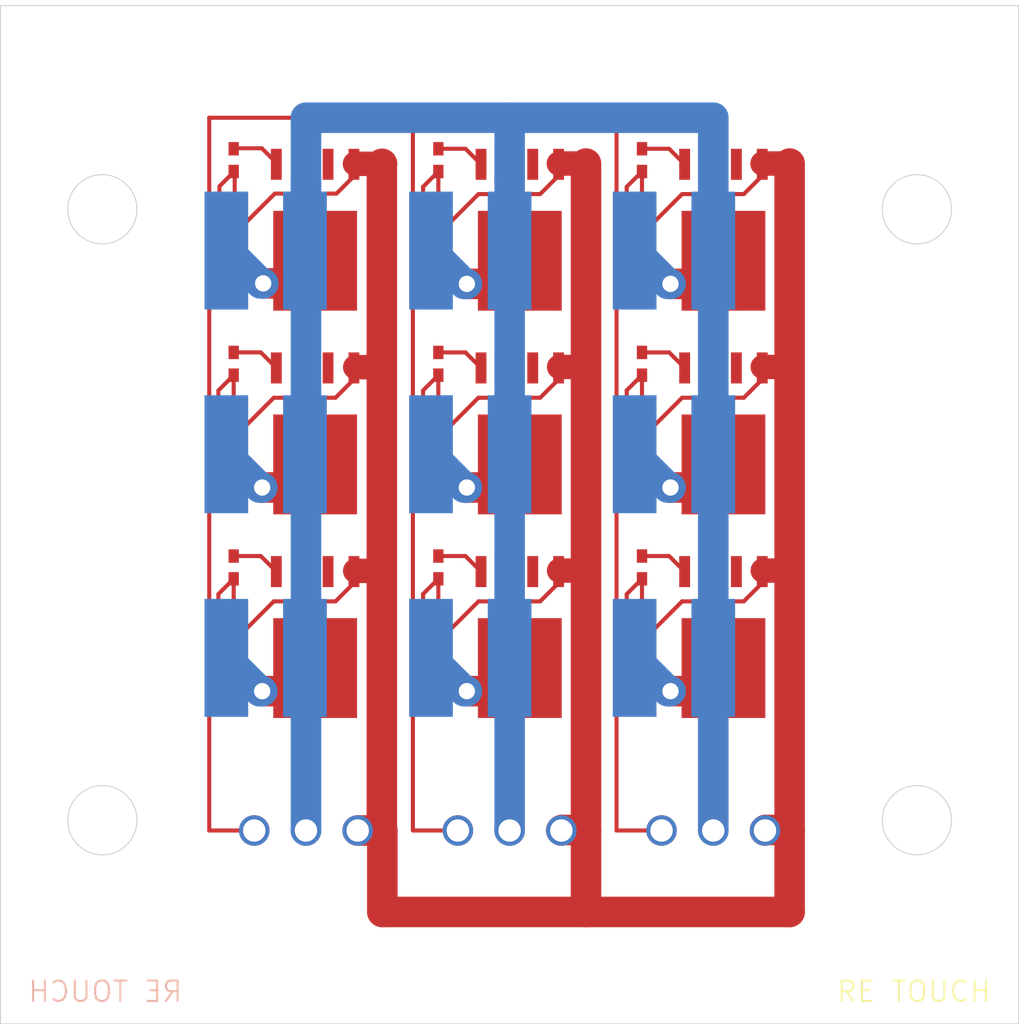
<source format=kicad_pcb>
(kicad_pcb (version 20241229) (generator "pcbnew") (generator_version "9.0")
  (layers (0 "F.Cu" signal) (2 "B.Cu" signal) (13 "F.Paste" user) (15 "B.Paste" user) (5 "F.SilkS" user "F.Silkscreen") (7 "B.SilkS" user "B.Silkscreen") (1 "F.Mask" user) (3 "B.Mask" user) (25 "Edge.Cuts" user))
  (net 0 "")
  (net 1 "+20V")
  (net 2 "Net-(Q2-D)")
  (net 3 "+10V")
  (net 4 "Net-(Q1-E)")
  (net 5 "GND")
  (net 6 "Net-(Q4-D)")
  (net 7 "Net-(Q6-D)")
  (net 8 "Net-(Q8-D)")
  (net 9 "Net-(Q10-D)")
  (net 10 "Net-(Q12-D)")
  (net 11 "Net-(Q14-D)")
  (net 12 "Net-(Q16-D)")
  (net 13 "Net-(Q18-D)")
  (net 14 "Net-(Q3-E)")
  (net 15 "Net-(Q5-E)")
  (net 16 "Net-(Q7-E)")
  (net 17 "Net-(Q10-G)")
  (net 18 "Net-(Q11-E)")
  (net 19 "Net-(Q13-E)")
  (net 20 "Net-(Q15-E)")
  (net 21 "Net-(Q17-E)")
  (net 40 "Net-(Q2-G)")
  (net 41 "Net-(Q4-G)")
  (net 42 "Net-(Q6-G)")
  (net 43 "Net-(Q8-G)")
  (net 44 "Net-(Q9-E)")
  (net 45 "Net-(Q12-G)")
  (net 46 "Net-(Q14-G)")
  (net 47 "Net-(Q16-G)")
  (net 48 "Net-(Q18-G)")
  (footprint "footprints:RC0402N_YAG" (layer "F.Cu") (at 112.450001 119.5871 -90)
    (property "Reference" "R104" (hide yes))
    (property "Value" "RC0402FR-07470RL")
    (pad "1" smd rect (at -0.5588 0 270) (size 0.6604 0.508) (layers "F.Cu" "F.Mask" "F.Paste") (net 43 "Net-(Q8-G)"))
    (pad "2" smd rect (at 0.5588 0 270) (size 0.6604 0.508) (layers "F.Cu" "F.Mask" "F.Paste") (net 16 "Net-(Q7-E)"))
  )
  (footprint "footprints:RES_CRCW0402_VIS" (layer "F.Cu") (at 122.5 122.4982 -90)
    (property "Reference" "R8" (hide yes))
    (property "Value" "CRCW040250K0FKED")
    (pad "1" smd rect (at -0.4699 0 270) (size 0.5588 0.5588) (layers "F.Cu" "F.Mask" "F.Paste") (net 20 "Net-(Q15-E)"))
    (pad "2" smd rect (at 0.4699 0 270) (size 0.5588 0.5588) (layers "F.Cu" "F.Mask" "F.Paste") (net 5 "GND"))
  )
  (footprint "footprints:TRANS_RPM-075P_ROM" (layer "F.Cu") (at 132.25 125.5283 -90)
    (property "Reference" "Q9" (hide yes))
    (property "Value" "RPM-075PTT86")
    (pad "1" smd rect (at -0.8509 0 270) (size 0.3048 1.2446) (layers "F.Cu" "F.Mask" "F.Paste") (net 44 "Net-(Q9-E)"))
    (pad "2" smd rect (at 0.8509 0 270) (size 0.3048 1.2446) (layers "F.Cu" "F.Mask" "F.Paste") (net 3 "+10V"))
  )
  (footprint "footprints:RC0402N_YAG" (layer "F.Cu") (at 112.450001 99.5871 -90)
    (property "Reference" "R101" (hide yes))
    (property "Value" "RC0402FR-07470RL")
    (pad "1" smd rect (at -0.5588 0 270) (size 0.6604 0.508) (layers "F.Cu" "F.Mask" "F.Paste") (net 40 "Net-(Q2-G)"))
    (pad "2" smd rect (at 0.5588 0 270) (size 0.6604 0.508) (layers "F.Cu" "F.Mask" "F.Paste") (net 4 "Net-(Q1-E)"))
  )
  (footprint "footprints:TRANS_RPM-075P_ROM" (layer "F.Cu") (at 132.25 115.5283 -90)
    (property "Reference" "Q13" (hide yes))
    (property "Value" "RPM-075PTT86")
    (pad "1" smd rect (at -0.8509 0 270) (size 0.3048 1.2446) (layers "F.Cu" "F.Mask" "F.Paste") (net 19 "Net-(Q13-E)"))
    (pad "2" smd rect (at 0.8509 0 270) (size 0.3048 1.2446) (layers "F.Cu" "F.Mask" "F.Paste") (net 3 "+10V"))
  )
  (footprint "footprints:PowerPAK_SO-8L_3_VIS" (layer "F.Cu") (at 126.5 103.3987 180)
    (property "Reference" "Q4" (hide yes))
    (property "Value" "SQJA26EP-T1_GE3")
    (pad "1" smd rect (at -1.905 3.6068 180) (size 0.5334 1.524) (layers "F.Cu" "F.Mask" "F.Paste") (net 5 "GND"))
    (pad "2" smd rect (at -0.635 3.6068 180) (size 0.5334 1.524) (layers "F.Cu" "F.Mask" "F.Paste"))
    (pad "3" smd rect (at 0.635 3.6068 180) (size 0.5334 1.524) (layers "F.Cu" "F.Mask" "F.Paste"))
    (pad "4" smd rect (at 1.905 3.6068 180) (size 0.5334 1.524) (layers "F.Cu" "F.Mask" "F.Paste") (net 41 "Net-(Q4-G)"))
    (pad "5" smd rect (at 0 -1.1303 180) (size 4.1148 4.9022) (layers "F.Cu" "F.Mask" "F.Paste") (net 6 "Net-(Q4-D)"))
  )
  (footprint "footprints:RES_CRCW0402_VIS" (layer "F.Cu") (at 122.5 112.4982 -90)
    (property "Reference" "R6" (hide yes))
    (property "Value" "CRCW040250K0FKED" (hide yes))
    (pad "1" smd rect (at -0.4699 0 270) (size 0.5588 0.5588) (layers "F.Cu" "F.Mask" "F.Paste") (net 18 "Net-(Q11-E)"))
    (pad "2" smd rect (at 0.4699 0 270) (size 0.5588 0.5588) (layers "F.Cu" "F.Mask" "F.Paste") (net 5 "GND"))
  )
  (footprint "footprints:RES_CRCW0402_VIS" (layer "F.Cu") (at 112.450001 102.4982 -90)
    (property "Reference" "R1" (hide yes))
    (property "Value" "CRCW040250K0FKED")
    (pad "1" smd rect (at -0.4699 0 270) (size 0.5588 0.5588) (layers "F.Cu" "F.Mask" "F.Paste") (net 4 "Net-(Q1-E)"))
    (pad "2" smd rect (at 0.4699 0 270) (size 0.5588 0.5588) (layers "F.Cu" "F.Mask" "F.Paste") (net 5 "GND"))
  )
  (footprint "footprints:PowerPAK_SO-8L_3_VIS" (layer "F.Cu") (at 116.450001 123.398 180)
    (property "Reference" "Q8" (hide yes))
    (property "Value" "SQJA26EP-T1_GE3")
    (pad "1" smd rect (at -1.905 3.6068 180) (size 0.5334 1.524) (layers "F.Cu" "F.Mask" "F.Paste") (net 5 "GND"))
    (pad "2" smd rect (at -0.635 3.6068 180) (size 0.5334 1.524) (layers "F.Cu" "F.Mask" "F.Paste"))
    (pad "3" smd rect (at 0.635 3.6068 180) (size 0.5334 1.524) (layers "F.Cu" "F.Mask" "F.Paste"))
    (pad "4" smd rect (at 1.905 3.6068 180) (size 0.5334 1.524) (layers "F.Cu" "F.Mask" "F.Paste") (net 43 "Net-(Q8-G)"))
    (pad "5" smd rect (at 0 -1.1303 180) (size 4.1148 4.9022) (layers "F.Cu" "F.Mask" "F.Paste") (net 8 "Net-(Q8-D)"))
  )
  (footprint "footprints:TRANS_RPM-075P_ROM" (layer "F.Cu") (at 122.25 125.5283 -90)
    (property "Reference" "Q15" (hide yes))
    (property "Value" "RPM-075PTT86")
    (pad "1" smd rect (at -0.8509 0 270) (size 0.3048 1.2446) (layers "F.Cu" "F.Mask" "F.Paste") (net 20 "Net-(Q15-E)"))
    (pad "2" smd rect (at 0.8509 0 270) (size 0.3048 1.2446) (layers "F.Cu" "F.Mask" "F.Paste") (net 3 "+10V"))
  )
  (footprint "footprints:PowerPAK_SO-8L_3_VIS" (layer "F.Cu") (at 116.450001 113.398 180)
    (property "Reference" "Q6" (hide yes))
    (property "Value" "SQJA26EP-T1_GE3")
    (pad "1" smd rect (at -1.905 3.6068 180) (size 0.5334 1.524) (layers "F.Cu" "F.Mask" "F.Paste") (net 5 "GND"))
    (pad "2" smd rect (at -0.635 3.6068 180) (size 0.5334 1.524) (layers "F.Cu" "F.Mask" "F.Paste"))
    (pad "3" smd rect (at 0.635 3.6068 180) (size 0.5334 1.524) (layers "F.Cu" "F.Mask" "F.Paste"))
    (pad "4" smd rect (at 1.905 3.6068 180) (size 0.5334 1.524) (layers "F.Cu" "F.Mask" "F.Paste") (net 42 "Net-(Q6-G)"))
    (pad "5" smd rect (at 0 -1.1303 180) (size 4.1148 4.9022) (layers "F.Cu" "F.Mask" "F.Paste") (net 7 "Net-(Q6-D)"))
  )
  (footprint "footprints:PowerPAK_SO-8L_3_VIS" (layer "F.Cu") (at 126.5 123.398 180)
    (property "Reference" "Q16" (hide yes))
    (property "Value" "SQJA26EP-T1_GE3")
    (pad "1" smd rect (at -1.905 3.6068 180) (size 0.5334 1.524) (layers "F.Cu" "F.Mask" "F.Paste") (net 5 "GND"))
    (pad "2" smd rect (at -0.635 3.6068 180) (size 0.5334 1.524) (layers "F.Cu" "F.Mask" "F.Paste"))
    (pad "3" smd rect (at 0.635 3.6068 180) (size 0.5334 1.524) (layers "F.Cu" "F.Mask" "F.Paste"))
    (pad "4" smd rect (at 1.905 3.6068 180) (size 0.5334 1.524) (layers "F.Cu" "F.Mask" "F.Paste") (net 47 "Net-(Q16-G)"))
    (pad "5" smd rect (at 0 -1.1303 180) (size 4.1148 4.9022) (layers "F.Cu" "F.Mask" "F.Paste") (net 12 "Net-(Q16-D)"))
  )
  (footprint "footprints:RES_CRCW0402_VIS" (layer "F.Cu") (at 122.5 102.4989 -90)
    (property "Reference" "R2" (hide yes))
    (property "Value" "CRCW040250K0FKED")
    (pad "1" smd rect (at -0.4699 0 270) (size 0.5588 0.5588) (layers "F.Cu" "F.Mask" "F.Paste") (net 14 "Net-(Q3-E)"))
    (pad "2" smd rect (at 0.4699 0 270) (size 0.5588 0.5588) (layers "F.Cu" "F.Mask" "F.Paste") (net 5 "GND"))
  )
  (footprint "footprints:PowerPAK_SO-8L_3_VIS" (layer "F.Cu") (at 136.5 123.398 180)
    (property "Reference" "Q10" (hide yes))
    (property "Value" "SQJA26EP-T1_GE3")
    (pad "1" smd rect (at -1.905 3.6068 180) (size 0.5334 1.524) (layers "F.Cu" "F.Mask" "F.Paste") (net 5 "GND"))
    (pad "2" smd rect (at -0.635 3.6068 180) (size 0.5334 1.524) (layers "F.Cu" "F.Mask" "F.Paste"))
    (pad "3" smd rect (at 0.635 3.6068 180) (size 0.5334 1.524) (layers "F.Cu" "F.Mask" "F.Paste"))
    (pad "4" smd rect (at 1.905 3.6068 180) (size 0.5334 1.524) (layers "F.Cu" "F.Mask" "F.Paste") (net 17 "Net-(Q10-G)"))
    (pad "5" smd rect (at 0 -1.1303 180) (size 4.1148 4.9022) (layers "F.Cu" "F.Mask" "F.Paste") (net 9 "Net-(Q10-D)"))
  )
  (footprint "footprints:PowerPAK_SO-8L_3_VIS" (layer "F.Cu") (at 136.5 103.3987 180)
    (property "Reference" "Q18" (hide yes))
    (property "Value" "SQJA26EP-T1_GE3" (hide yes))
    (pad "1" smd rect (at -1.905 3.6068 180) (size 0.5334 1.524) (layers "F.Cu" "F.Mask" "F.Paste") (net 5 "GND"))
    (pad "2" smd rect (at -0.635 3.6068 180) (size 0.5334 1.524) (layers "F.Cu" "F.Mask" "F.Paste"))
    (pad "3" smd rect (at 0.635 3.6068 180) (size 0.5334 1.524) (layers "F.Cu" "F.Mask" "F.Paste"))
    (pad "4" smd rect (at 1.905 3.6068 180) (size 0.5334 1.524) (layers "F.Cu" "F.Mask" "F.Paste") (net 48 "Net-(Q18-G)"))
    (pad "5" smd rect (at 0 -1.1303 180) (size 4.1148 4.9022) (layers "F.Cu" "F.Mask" "F.Paste") (net 13 "Net-(Q18-D)"))
  )
  (footprint "footprints:RC0402N_YAG" (layer "F.Cu") (at 122.5 109.5871 -90)
    (property "Reference" "R106" (hide yes))
    (property "Value" "RC0402FR-07470RL")
    (pad "1" smd rect (at -0.5588 0 270) (size 0.6604 0.508) (layers "F.Cu" "F.Mask" "F.Paste") (net 45 "Net-(Q12-G)"))
    (pad "2" smd rect (at 0.5588 0 270) (size 0.6604 0.508) (layers "F.Cu" "F.Mask" "F.Paste") (net 18 "Net-(Q11-E)"))
  )
  (footprint "footprints:RC0402N_YAG" (layer "F.Cu") (at 112.450001 109.5871 -90)
    (property "Reference" "R103" (hide yes))
    (property "Value" "RC0402FR-07470RL")
    (pad "1" smd rect (at -0.5588 0 270) (size 0.6604 0.508) (layers "F.Cu" "F.Mask" "F.Paste") (net 42 "Net-(Q6-G)"))
    (pad "2" smd rect (at 0.5588 0 270) (size 0.6604 0.508) (layers "F.Cu" "F.Mask" "F.Paste") (net 15 "Net-(Q5-E)"))
  )
  (footprint "footprints:TRANS_RPM-075P_ROM" (layer "F.Cu") (at 112.200001 105.5283 -90)
    (property "Reference" "Q1" (hide yes))
    (property "Value" "RPM-075PTT86")
    (pad "1" smd rect (at -0.8509 0 270) (size 0.3048 1.2446) (layers "F.Cu" "F.Mask" "F.Paste") (net 4 "Net-(Q1-E)"))
    (pad "2" smd rect (at 0.8509 0 270) (size 0.3048 1.2446) (layers "F.Cu" "F.Mask" "F.Paste") (net 3 "+10V"))
  )
  (footprint "footprints:TRANS_RPM-075P_ROM" (layer "F.Cu") (at 132.25 105.529 -90)
    (property "Reference" "Q17" (hide yes))
    (property "Value" "RPM-075PTT86")
    (pad "1" smd rect (at -0.8509 0 270) (size 0.3048 1.2446) (layers "F.Cu" "F.Mask" "F.Paste") (net 21 "Net-(Q17-E)"))
    (pad "2" smd rect (at 0.8509 0 270) (size 0.3048 1.2446) (layers "F.Cu" "F.Mask" "F.Paste") (net 3 "+10V"))
  )
  (footprint "footprints:RES_CRCW0402_VIS" (layer "F.Cu") (at 132.5 102.4989 -90)
    (property "Reference" "R9" (hide yes))
    (property "Value" "CRCW040250K0FKED")
    (pad "1" smd rect (at -0.4699 0 270) (size 0.5588 0.5588) (layers "F.Cu" "F.Mask" "F.Paste") (net 21 "Net-(Q17-E)"))
    (pad "2" smd rect (at 0.4699 0 270) (size 0.5588 0.5588) (layers "F.Cu" "F.Mask" "F.Paste") (net 5 "GND"))
  )
  (footprint "footprints:TRANS_RPM-075P_ROM" (layer "F.Cu") (at 112.200001 125.5283 -90)
    (property "Reference" "Q7" (hide yes))
    (property "Value" "RPM-075PTT86")
    (pad "1" smd rect (at -0.8509 0 270) (size 0.3048 1.2446) (layers "F.Cu" "F.Mask" "F.Paste") (net 16 "Net-(Q7-E)"))
    (pad "2" smd rect (at 0.8509 0 270) (size 0.3048 1.2446) (layers "F.Cu" "F.Mask" "F.Paste") (net 3 "+10V"))
  )
  (footprint "footprints:RES_CRCW0402_VIS" (layer "F.Cu") (at 132.5 112.4982 -90)
    (property "Reference" "R7" (hide yes))
    (property "Value" "CRCW040250K0FKED")
    (pad "1" smd rect (at -0.4699 0 270) (size 0.5588 0.5588) (layers "F.Cu" "F.Mask" "F.Paste") (net 19 "Net-(Q13-E)"))
    (pad "2" smd rect (at 0.4699 0 270) (size 0.5588 0.5588) (layers "F.Cu" "F.Mask" "F.Paste") (net 5 "GND"))
  )
  (footprint "footprints:TRANS_RPM-075P_ROM" (layer "F.Cu") (at 122.25 105.529 -90)
    (property "Reference" "Q3" (hide yes))
    (property "Value" "RPM-075PTT86")
    (pad "1" smd rect (at -0.8509 0 270) (size 0.3048 1.2446) (layers "F.Cu" "F.Mask" "F.Paste") (net 14 "Net-(Q3-E)"))
    (pad "2" smd rect (at 0.8509 0 270) (size 0.3048 1.2446) (layers "F.Cu" "F.Mask" "F.Paste") (net 3 "+10V"))
  )
  (footprint "footprints:RC0402N_YAG" (layer "F.Cu") (at 132.5 109.5871 -90)
    (property "Reference" "R107" (hide yes))
    (property "Value" "RC0402FR-07470RL")
    (pad "1" smd rect (at -0.5588 0 270) (size 0.6604 0.508) (layers "F.Cu" "F.Mask" "F.Paste") (net 46 "Net-(Q14-G)"))
    (pad "2" smd rect (at 0.5588 0 270) (size 0.6604 0.508) (layers "F.Cu" "F.Mask" "F.Paste") (net 19 "Net-(Q13-E)"))
  )
  (footprint "footprints:RES_CRCW0402_VIS" (layer "F.Cu") (at 132.5 122.4982 -90)
    (property "Reference" "R5" (hide yes))
    (property "Value" "CRCW040250K0FKED")
    (pad "1" smd rect (at -0.4699 0 270) (size 0.5588 0.5588) (layers "F.Cu" "F.Mask" "F.Paste") (net 44 "Net-(Q9-E)"))
    (pad "2" smd rect (at 0.4699 0 270) (size 0.5588 0.5588) (layers "F.Cu" "F.Mask" "F.Paste") (net 5 "GND"))
  )
  (footprint "footprints:PowerPAK_SO-8L_3_VIS" (layer "F.Cu") (at 136.5 113.398 180)
    (property "Reference" "Q14" (hide yes))
    (property "Value" "SQJA26EP-T1_GE3" (hide yes))
    (pad "1" smd rect (at -1.905 3.6068 180) (size 0.5334 1.524) (layers "F.Cu" "F.Mask" "F.Paste") (net 5 "GND"))
    (pad "2" smd rect (at -0.635 3.6068 180) (size 0.5334 1.524) (layers "F.Cu" "F.Mask" "F.Paste"))
    (pad "3" smd rect (at 0.635 3.6068 180) (size 0.5334 1.524) (layers "F.Cu" "F.Mask" "F.Paste"))
    (pad "4" smd rect (at 1.905 3.6068 180) (size 0.5334 1.524) (layers "F.Cu" "F.Mask" "F.Paste") (net 46 "Net-(Q14-G)"))
    (pad "5" smd rect (at 0 -1.1303 180) (size 4.1148 4.9022) (layers "F.Cu" "F.Mask" "F.Paste") (net 11 "Net-(Q14-D)"))
  )
  (footprint "footprints:RC0402N_YAG" (layer "F.Cu") (at 122.5 99.5878 -90)
    (property "Reference" "R102" (hide yes))
    (property "Value" "RC0402FR-07470RL")
    (pad "1" smd rect (at -0.5588 0 270) (size 0.6604 0.508) (layers "F.Cu" "F.Mask" "F.Paste") (net 41 "Net-(Q4-G)"))
    (pad "2" smd rect (at 0.5588 0 270) (size 0.6604 0.508) (layers "F.Cu" "F.Mask" "F.Paste") (net 14 "Net-(Q3-E)"))
  )
  (footprint "footprints:TRANS_RPM-075P_ROM" (layer "F.Cu") (at 122.25 115.5283 -90)
    (property "Reference" "Q11" (hide yes))
    (property "Value" "RPM-075PTT86" (hide yes))
    (pad "1" smd rect (at -0.8509 0 270) (size 0.3048 1.2446) (layers "F.Cu" "F.Mask" "F.Paste") (net 18 "Net-(Q11-E)"))
    (pad "2" smd rect (at 0.8509 0 270) (size 0.3048 1.2446) (layers "F.Cu" "F.Mask" "F.Paste") (net 3 "+10V"))
  )
  (footprint "footprints:RES_CRCW0402_VIS" (layer "F.Cu") (at 112.450001 122.4982 -90)
    (property "Reference" "R4" (hide yes))
    (property "Value" "CRCW040250K0FKED")
    (pad "1" smd rect (at -0.4699 0 270) (size 0.5588 0.5588) (layers "F.Cu" "F.Mask" "F.Paste") (net 16 "Net-(Q7-E)"))
    (pad "2" smd rect (at 0.4699 0 270) (size 0.5588 0.5588) (layers "F.Cu" "F.Mask" "F.Paste") (net 5 "GND"))
  )
  (footprint "footprints:TRANS_RPM-075P_ROM" (layer "F.Cu") (at 112.200001 115.5283 -90)
    (property "Reference" "Q5" (hide yes))
    (property "Value" "RPM-075PTT86")
    (pad "1" smd rect (at -0.8509 0 270) (size 0.3048 1.2446) (layers "F.Cu" "F.Mask" "F.Paste") (net 15 "Net-(Q5-E)"))
    (pad "2" smd rect (at 0.8509 0 270) (size 0.3048 1.2446) (layers "F.Cu" "F.Mask" "F.Paste") (net 3 "+10V"))
  )
  (footprint "footprints:RC0402N_YAG" (layer "F.Cu") (at 132.5 119.5871 -90)
    (property "Reference" "R105" (hide yes))
    (property "Value" "RC0402FR-07470RL")
    (pad "1" smd rect (at -0.5588 0 270) (size 0.6604 0.508) (layers "F.Cu" "F.Mask" "F.Paste") (net 17 "Net-(Q10-G)"))
    (pad "2" smd rect (at 0.5588 0 270) (size 0.6604 0.508) (layers "F.Cu" "F.Mask" "F.Paste") (net 44 "Net-(Q9-E)"))
  )
  (footprint "footprints:PowerPAK_SO-8L_3_VIS" (layer "F.Cu") (at 126.5 113.398 180)
    (property "Reference" "Q12" (hide yes))
    (property "Value" "SQJA26EP-T1_GE3" (hide yes))
    (pad "1" smd rect (at -1.905 3.6068 180) (size 0.5334 1.524) (layers "F.Cu" "F.Mask" "F.Paste") (net 5 "GND"))
    (pad "2" smd rect (at -0.635 3.6068 180) (size 0.5334 1.524) (layers "F.Cu" "F.Mask" "F.Paste"))
    (pad "3" smd rect (at 0.635 3.6068 180) (size 0.5334 1.524) (layers "F.Cu" "F.Mask" "F.Paste"))
    (pad "4" smd rect (at 1.905 3.6068 180) (size 0.5334 1.524) (layers "F.Cu" "F.Mask" "F.Paste") (net 45 "Net-(Q12-G)"))
    (pad "5" smd rect (at 0 -1.1303 180) (size 4.1148 4.9022) (layers "F.Cu" "F.Mask" "F.Paste") (net 10 "Net-(Q12-D)"))
  )
  (footprint "footprints:RC0402N_YAG" (layer "F.Cu") (at 122.5 119.5871 -90)
    (property "Reference" "R108" (hide yes))
    (property "Value" "RC0402FR-07470RL")
    (pad "1" smd rect (at -0.5588 0 270) (size 0.6604 0.508) (layers "F.Cu" "F.Mask" "F.Paste") (net 47 "Net-(Q16-G)"))
    (pad "2" smd rect (at 0.5588 0 270) (size 0.6604 0.508) (layers "F.Cu" "F.Mask" "F.Paste") (net 20 "Net-(Q15-E)"))
  )
  (footprint "footprints:RES_CRCW0402_VIS" (layer "F.Cu") (at 112.450001 112.4982 -90)
    (property "Reference" "R3" (hide yes))
    (property "Value" "CRCW040250K0FKED")
    (pad "1" smd rect (at -0.4699 0 270) (size 0.5588 0.5588) (layers "F.Cu" "F.Mask" "F.Paste") (net 15 "Net-(Q5-E)"))
    (pad "2" smd rect (at 0.4699 0 270) (size 0.5588 0.5588) (layers "F.Cu" "F.Mask" "F.Paste") (net 5 "GND"))
  )
  (footprint "footprints:PowerPAK_SO-8L_3_VIS" (layer "F.Cu") (at 116.450001 103.398 180)
    (property "Reference" "Q2" (hide yes))
    (property "Value" "SQJA26EP-T1_GE3")
    (pad "1" smd rect (at -1.905 3.6068 180) (size 0.5334 1.524) (layers "F.Cu" "F.Mask" "F.Paste") (net 5 "GND"))
    (pad "2" smd rect (at -0.635 3.6068 180) (size 0.5334 1.524) (layers "F.Cu" "F.Mask" "F.Paste"))
    (pad "3" smd rect (at 0.635 3.6068 180) (size 0.5334 1.524) (layers "F.Cu" "F.Mask" "F.Paste"))
    (pad "4" smd rect (at 1.905 3.6068 180) (size 0.5334 1.524) (layers "F.Cu" "F.Mask" "F.Paste") (net 40 "Net-(Q2-G)"))
    (pad "5" smd rect (at 0 -1.1303 180) (size 4.1148 4.9022) (layers "F.Cu" "F.Mask" "F.Paste") (net 2 "Net-(Q2-D)"))
  )
  (footprint "footprints:RC0402N_YAG" (layer "F.Cu") (at 132.5 99.5878 -90)
    (property "Reference" "R109" (hide yes))
    (property "Value" "RC0402FR-07470RL")
    (pad "1" smd rect (at -0.5588 0 270) (size 0.6604 0.508) (layers "F.Cu" "F.Mask" "F.Paste") (net 48 "Net-(Q18-G)"))
    (pad "2" smd rect (at 0.5588 0 270) (size 0.6604 0.508) (layers "F.Cu" "F.Mask" "F.Paste") (net 21 "Net-(Q17-E)"))
  )
  (footprint "footprints:IND_BOURNS_SDR0604" (layer "B.Cu") (at 114.019601 124.0283 180)
    (property "Reference" "L4" (hide yes))
    (property "Value" "SDR0604- 821KL")
    (pad "1" smd rect (at -1.9304 0 180) (size 2.1463 5.7912) (layers "B.Cu" "B.Mask" "B.Paste") (net 1 "+20V"))
    (pad "2" smd rect (at 1.9304 0 180) (size 2.1463 5.7912) (layers "B.Cu" "B.Mask" "B.Paste") (net 8 "Net-(Q8-D)"))
  )
  (footprint "footprints:IND_BOURNS_SDR0604" (layer "B.Cu") (at 124.0696 114.0283 180)
    (property "Reference" "L6" (hide yes))
    (property "Value" "SDR0604- 821KL")
    (pad "1" smd rect (at -1.9304 0 180) (size 2.1463 5.7912) (layers "B.Cu" "B.Mask" "B.Paste") (net 1 "+20V"))
    (pad "2" smd rect (at 1.9304 0 180) (size 2.1463 5.7912) (layers "B.Cu" "B.Mask" "B.Paste") (net 10 "Net-(Q12-D)"))
  )
  (footprint "footprints:IND_BOURNS_SDR0604" (layer "B.Cu") (at 134.0696 124.0283 180)
    (property "Reference" "L5" (hide yes))
    (property "Value" "SDR0604- 821KL")
    (pad "1" smd rect (at -1.9304 0 180) (size 2.1463 5.7912) (layers "B.Cu" "B.Mask" "B.Paste") (net 1 "+20V"))
    (pad "2" smd rect (at 1.9304 0 180) (size 2.1463 5.7912) (layers "B.Cu" "B.Mask" "B.Paste") (net 9 "Net-(Q10-D)"))
  )
  (footprint "footprints:IND_BOURNS_SDR0604" (layer "B.Cu") (at 134.0696 114.0283 180)
    (property "Reference" "L7" (hide yes))
    (property "Value" "SDR0604- 821KL")
    (pad "1" smd rect (at -1.9304 0 180) (size 2.1463 5.7912) (layers "B.Cu" "B.Mask" "B.Paste") (net 1 "+20V"))
    (pad "2" smd rect (at 1.9304 0 180) (size 2.1463 5.7912) (layers "B.Cu" "B.Mask" "B.Paste") (net 11 "Net-(Q14-D)"))
  )
  (footprint "footprints:IND_BOURNS_SDR0604" (layer "B.Cu") (at 124.0696 124.0283 180)
    (property "Reference" "L8" (hide yes))
    (property "Value" "SDR0604- 821KL")
    (pad "1" smd rect (at -1.9304 0 180) (size 2.1463 5.7912) (layers "B.Cu" "B.Mask" "B.Paste") (net 1 "+20V"))
    (pad "2" smd rect (at 1.9304 0 180) (size 2.1463 5.7912) (layers "B.Cu" "B.Mask" "B.Paste") (net 12 "Net-(Q16-D)"))
  )
  (footprint "footprints:IND_BOURNS_SDR0604" (layer "B.Cu") (at 114.019601 114.0283 180)
    (property "Reference" "L3" (hide yes))
    (property "Value" "SDR0604- 821KL")
    (pad "1" smd rect (at -1.9304 0 180) (size 2.1463 5.7912) (layers "B.Cu" "B.Mask" "B.Paste") (net 1 "+20V"))
    (pad "2" smd rect (at 1.9304 0 180) (size 2.1463 5.7912) (layers "B.Cu" "B.Mask" "B.Paste") (net 7 "Net-(Q6-D)"))
  )
  (footprint "footprints:IND_BOURNS_SDR0604" (layer "B.Cu") (at 124.0696 104.029 180)
    (property "Reference" "L2" (hide yes))
    (property "Value" "SDR0604- 821KL")
    (pad "1" smd rect (at -1.9304 0 180) (size 2.1463 5.7912) (layers "B.Cu" "B.Mask" "B.Paste") (net 1 "+20V"))
    (pad "2" smd rect (at 1.9304 0 180) (size 2.1463 5.7912) (layers "B.Cu" "B.Mask" "B.Paste") (net 6 "Net-(Q4-D)"))
  )
  (footprint "footprints:IND_BOURNS_SDR0604" (layer "B.Cu") (at 134.0696 104.029 180)
    (property "Reference" "L9" (hide yes))
    (property "Value" "SDR0604- 821KL")
    (pad "1" smd rect (at -1.9304 0 180) (size 2.1463 5.7912) (layers "B.Cu" "B.Mask" "B.Paste") (net 1 "+20V"))
    (pad "2" smd rect (at 1.9304 0 180) (size 2.1463 5.7912) (layers "B.Cu" "B.Mask" "B.Paste") (net 13 "Net-(Q18-D)"))
  )
  (footprint "footprints:IND_BOURNS_SDR0604" (layer "B.Cu") (at 114.019601 104.0283 180)
    (property "Reference" "L1" (hide yes))
    (property "Value" "SDR0604- 821KL")
    (pad "1" smd rect (at -1.9304 0 180) (size 2.1463 5.7912) (layers "B.Cu" "B.Mask" "B.Paste") (net 1 "+20V"))
    (pad "2" smd rect (at 1.9304 0 180) (size 2.1463 5.7912) (layers "B.Cu" "B.Mask" "B.Paste") (net 2 "Net-(Q2-D)"))
  )
  (gr_circle (center 106 102) (end 107.7 102) (stroke (width 0.05)) (fill no) (layer "Edge.Cuts"))
  (gr_circle (center 146 132) (end 147.7 132) (stroke (width 0.05)) (fill no) (layer "Edge.Cuts"))
  (gr_circle (center 146 102) (end 147.7 102) (stroke (width 0.05)) (fill no) (layer "Edge.Cuts"))
  (gr_circle (center 106 132) (end 107.7 132) (stroke (width 0.05)) (fill no) (layer "Edge.Cuts"))
  (gr_rect (start 101 92) (end 151 142) (stroke (width 0.05)) (fill no) (layer "Edge.Cuts"))
  (gr_text "RE TOUCH" (at 142 141 0) (layer "F.SilkS") (effects (font (size 1 1) (thickness 0.1)) (justify left bottom)))
  (gr_text "RE TOUCH" (at 110 141 0) (layer "B.SilkS") (effects (font (size 1 1) (thickness 0.1)) (justify left bottom mirror)))
  (via (at 126 132.505) (size 1.5) (drill 1.1) (layers "F.Cu" "B.Cu") (net 1))
  (via (at 116 132.505) (size 1.5) (drill 1.1) (layers "F.Cu" "B.Cu") (net 1))
  (via (at 136 132.505) (size 1.5) (drill 1.1) (layers "F.Cu" "B.Cu") (net 1))
  (segment (start 116 104.005) (end 116 100.495) (width 1.5) (layer "B.Cu") (net 1))
  (segment (start 116 100.495) (end 116 97.505) (width 1.5) (layer "B.Cu") (net 1))
  (segment (start 116 97.505) (end 136 97.505) (width 1.5) (layer "B.Cu") (net 1))
  (segment (start 136 97.505) (end 136 132.505) (width 1.5) (layer "B.Cu") (net 1))
  (segment (start 126 100.495) (end 126 97.505) (width 1.5) (layer "B.Cu") (net 1))
  (segment (start 115.950001 132.455001) (end 116 132.505) (width 0.2) (layer "B.Cu") (net 1))
  (segment (start 126 132.505) (end 126 100.495) (width 1.5) (layer "B.Cu") (net 1))
  (segment (start 116 132.505) (end 116 100.495) (width 1.5) (layer "B.Cu") (net 1))
  (segment (start 115.365831 105.639169) (end 113.899527 105.639169) (width 1.5) (layer "F.Cu") (net 2))
  (segment (start 116.5 104.505) (end 115.365831 105.639169) (width 1.5) (layer "F.Cu") (net 2))
  (via (at 113.899527 105.639169) (size 1.5) (drill 0.8) (layers "F.Cu" "B.Cu") (net 2))
  (segment (start 113.899527 105.639169) (end 113.773369 105.639169) (width 1.5) (layer "B.Cu") (net 2))
  (segment (start 113.773369 105.639169) (end 112.1392 104.005) (width 1.5) (layer "B.Cu") (net 2))
  (segment (start 121.25 97.505) (end 121.25 132.505) (width 0.2) (layer "F.Cu") (net 3))
  (segment (start 131.25 132.505) (end 133.46 132.505) (width 0.2) (layer "F.Cu") (net 3))
  (segment (start 132.25 106.3799) (end 131.3509 106.3799) (width 0.2) (layer "F.Cu") (net 3))
  (segment (start 111.25 132.505) (end 113.46 132.505) (width 0.2) (layer "F.Cu") (net 3))
  (segment (start 111.25 97.505) (end 111.25 132.505) (width 0.2) (layer "F.Cu") (net 3))
  (segment (start 111.25 97.505) (end 131.25 97.505) (width 0.2) (layer "F.Cu") (net 3))
  (segment (start 132.25 116.3792) (end 131.3509 116.3792) (width 0.2) (layer "F.Cu") (net 3))
  (segment (start 122.25 126.3792) (end 121.3509 126.3792) (width 0.2) (layer "F.Cu") (net 3))
  (segment (start 112.25 106.3559) (end 111.3509 106.3559) (width 0.2) (layer "F.Cu") (net 3))
  (segment (start 122.25 116.3792) (end 121.3509 116.3792) (width 0.2) (layer "F.Cu") (net 3))
  (segment (start 121.25 132.505) (end 123.46 132.505) (width 0.2) (layer "F.Cu") (net 3))
  (segment (start 132.25 126.3792) (end 131.3509 126.3792) (width 0.2) (layer "F.Cu") (net 3))
  (segment (start 112.200001 116.3792) (end 111.300901 116.3792) (width 0.2) (layer "F.Cu") (net 3))
  (segment (start 112.200001 126.3792) (end 111.300901 126.3792) (width 0.2) (layer "F.Cu") (net 3))
  (segment (start 131.25 97.505) (end 131.25 132.505) (width 0.2) (layer "F.Cu") (net 3))
  (segment (start 122.25 106.3799) (end 121.3509 106.3799) (width 0.2) (layer "F.Cu") (net 3))
  (via (at 133.46 132.505) (size 1.5) (drill 1.1) (layers "F.Cu" "B.Cu") (net 3))
  (via (at 113.46 132.505) (size 1.5) (drill 1.1) (layers "F.Cu" "B.Cu") (net 3))
  (via (at 123.46 132.505) (size 1.5) (drill 1.1) (layers "F.Cu" "B.Cu") (net 3))
  (segment (start 112.5 102.005) (end 112.5 100.1226) (width 0.2) (layer "F.Cu") (net 4))
  (segment (start 111.75 104.1541) (end 111.75 100.8726) (width 0.2) (layer "F.Cu") (net 4))
  (segment (start 111.75 100.8726) (end 112.5 100.1226) (width 0.2) (layer "F.Cu") (net 4))
  (segment (start 112.25 104.6541) (end 111.75 104.1541) (width 0.2) (layer "F.Cu") (net 4))
  (segment (start 118.355001 110.3493) (end 118.355001 109.7912) (width 0.2) (layer "F.Cu") (net 5))
  (segment (start 129.7629 109.7421) (end 128.4308 109.7421) (width 1.2) (layer "F.Cu") (net 5))
  (segment (start 132.7561 122.9681) (end 132.5 122.9681) (width 0.2) (layer "F.Cu") (net 5))
  (segment (start 128.405 110.3493) (end 128.405 109.7912) (width 0.2) (layer "F.Cu") (net 5))
  (segment (start 114.419901 121.2543) (end 117.450001 121.2543) (width 0.2) (layer "F.Cu") (net 5))
  (segment (start 139.75 132.4792) (end 139.75 99.755) (width 1.5) (layer "F.Cu") (net 5))
  (segment (start 138.405 110.3493) (end 138.405 109.7912) (width 0.2) (layer "F.Cu") (net 5))
  (segment (start 134.4699 111.2543) (end 132.7561 112.9681) (width 0.2) (layer "F.Cu") (net 5))
  (segment (start 139.75 132.4792) (end 138.5658 132.4792) (width 1.5) (layer "F.Cu") (net 5))
  (segment (start 119.7371 132.4921) (end 119.7242 132.505) (width 1.5) (layer "F.Cu") (net 5))
  (segment (start 129.75 99.755) (end 128.4179 99.755) (width 1.2) (layer "F.Cu") (net 5))
  (segment (start 124.4699 121.2543) (end 122.7561 122.9681) (width 0.2) (layer "F.Cu") (net 5))
  (segment (start 128.5658 132.4792) (end 128.54 132.505) (width 1.5) (layer "F.Cu") (net 5))
  (segment (start 112.706101 122.9681) (end 112.450001 122.9681) (width 0.2) (layer "F.Cu") (net 5))
  (segment (start 139.75 132.4792) (end 139.75 136.505) (width 1.5) (layer "F.Cu") (net 5))
  (segment (start 139.7629 119.7421) (end 138.4308 119.7421) (width 1.2) (layer "F.Cu") (net 5))
  (segment (start 119.75 109.755) (end 118.4179 109.755) (width 1.2) (layer "F.Cu") (net 5))
  (segment (start 114.4699 101.231) (end 117.5 101.231) (width 0.2) (layer "F.Cu") (net 5))
  (segment (start 122.7561 112.9681) (end 122.5 112.9681) (width 0.2) (layer "F.Cu") (net 5))
  (segment (start 137.5 121.2543) (end 138.405 120.3493) (width 0.2) (layer "F.Cu") (net 5))
  (segment (start 118.405 100.326) (end 118.405 99.7679) (width 0.2) (layer "F.Cu") (net 5))
  (segment (start 117.450001 121.2543) (end 118.355001 120.3493) (width 0.2) (layer "F.Cu") (net 5))
  (segment (start 114.419901 111.2543) (end 117.450001 111.2543) (width 0.2) (layer "F.Cu") (net 5))
  (segment (start 114.419901 121.2543) (end 112.706101 122.9681) (width 0.2) (layer "F.Cu") (net 5))
  (segment (start 117.450001 111.2543) (end 118.355001 110.3493) (width 0.2) (layer "F.Cu") (net 5))
  (segment (start 128.405 100.35) (end 128.405 99.7919) (width 0.2) (layer "F.Cu") (net 5))
  (segment (start 129.75 132.4792) (end 129.75 136.505) (width 1.5) (layer "F.Cu") (net 5))
  (segment (start 128.405 120.3493) (end 128.405 119.7912) (width 0.2) (layer "F.Cu") (net 5))
  (segment (start 122.7561 122.9681) (end 122.5 122.9681) (width 0.2) (layer "F.Cu") (net 5))
  (segment (start 129.7629 119.7421) (end 128.4308 119.7421) (width 1.2) (layer "F.Cu") (net 5))
  (segment (start 138.405 120.3493) (end 138.405 119.7912) (width 0.2) (layer "F.Cu") (net 5))
  (segment (start 117.5 101.231) (end 118.405 100.326) (width 0.2) (layer "F.Cu") (net 5))
  (segment (start 119.75 119.755) (end 118.4179 119.755) (width 1.2) (layer "F.Cu") (net 5))
  (segment (start 118.355001 120.3493) (end 118.355001 119.7912) (width 0.2) (layer "F.Cu") (net 5))
  (segment (start 138.405 100.35) (end 138.405 99.7919) (width 0.2) (layer "F.Cu") (net 5))
  (segment (start 127.5 101.255) (end 128.405 100.35) (width 0.2) (layer "F.Cu") (net 5))
  (segment (start 132.7561 112.9681) (end 132.5 112.9681) (width 0.2) (layer "F.Cu") (net 5))
  (segment (start 119.7242 132.505) (end 118.54 132.505) (width 1.5) (layer "F.Cu") (net 5))
  (segment (start 119.75 136.505) (end 139.75 136.505) (width 1.5) (layer "F.Cu") (net 5))
  (segment (start 122.7561 102.9688) (end 122.5 102.9688) (width 0.2) (layer "F.Cu") (net 5))
  (segment (start 134.4699 111.2543) (end 137.5 111.2543) (width 0.2) (layer "F.Cu") (net 5))
  (segment (start 129.75 132.4792) (end 129.75 99.755) (width 1.5) (layer "F.Cu") (net 5))
  (segment (start 134.4699 101.255) (end 132.7561 102.9688) (width 0.2) (layer "F.Cu") (net 5))
  (segment (start 124.4699 121.2543) (end 127.5 121.2543) (width 0.2) (layer "F.Cu") (net 5))
  (segment (start 127.5 121.2543) (end 128.405 120.3493) (width 0.2) (layer "F.Cu") (net 5))
  (segment (start 119.75 132.505) (end 119.75 136.505) (width 1.5) (layer "F.Cu") (net 5))
  (segment (start 112.7561 102.9448) (end 112.5 102.9448) (width 0.2) (layer "F.Cu") (net 5))
  (segment (start 138.5658 132.4792) (end 138.54 132.505) (width 1.5) (layer "F.Cu") (net 5))
  (segment (start 119.7371 132.4921) (end 119.75 132.505) (width 1.5) (layer "F.Cu") (net 5))
  (segment (start 134.4699 121.2543) (end 132.7561 122.9681) (width 0.2) (layer "F.Cu") (net 5))
  (segment (start 134.4699 121.2543) (end 137.5 121.2543) (width 0.2) (layer "F.Cu") (net 5))
  (segment (start 124.4699 101.255) (end 122.7561 102.9688) (width 0.2) (layer "F.Cu") (net 5))
  (segment (start 137.5 101.255) (end 138.405 100.35) (width 0.2) (layer "F.Cu") (net 5))
  (segment (start 119.7242 99.7808) (end 119.7371 99.7679) (width 1.5) (layer "F.Cu") (net 5))
  (segment (start 124.4699 111.2543) (end 122.7561 112.9681) (width 0.2) (layer "F.Cu") (net 5))
  (segment (start 139.75 99.755) (end 138.4179 99.755) (width 1.2) (layer "F.Cu") (net 5))
  (segment (start 124.4699 101.255) (end 127.5 101.255) (width 0.2) (layer "F.Cu") (net 5))
  (segment (start 127.5 111.2543) (end 128.405 110.3493) (width 0.2) (layer "F.Cu") (net 5))
  (segment (start 114.4699 101.231) (end 112.7561 102.9448) (width 0.2) (layer "F.Cu") (net 5))
  (segment (start 132.7561 102.9688) (end 132.5 102.9688) (width 0.2) (layer "F.Cu") (net 5))
  (segment (start 124.4699 111.2543) (end 127.5 111.2543) (width 0.2) (layer "F.Cu") (net 5))
  (segment (start 114.419901 111.2543) (end 112.706101 112.9681) (width 0.2) (layer "F.Cu") (net 5))
  (segment (start 129.75 132.4792) (end 128.5658 132.4792) (width 1.5) (layer "F.Cu") (net 5))
  (segment (start 137.5 111.2543) (end 138.405 110.3493) (width 0.2) (layer "F.Cu") (net 5))
  (segment (start 119.7371 99.7679) (end 118.405 99.7679) (width 1.2) (layer "F.Cu") (net 5))
  (segment (start 139.7629 109.7421) (end 138.4308 109.7421) (width 1.2) (layer "F.Cu") (net 5))
  (segment (start 119.7242 132.505) (end 119.7242 99.7808) (width 1.5) (layer "F.Cu") (net 5))
  (segment (start 134.4699 101.255) (end 137.5 101.255) (width 0.2) (layer "F.Cu") (net 5))
  (segment (start 112.706101 112.9681) (end 112.450001 112.9681) (width 0.2) (layer "F.Cu") (net 5))
  (via (at 118.54 132.505) (size 1.5) (drill 1.1) (layers "F.Cu" "B.Cu") (net 5))
  (via (at 138.54 132.505) (size 1.5) (drill 1.1) (layers "F.Cu" "B.Cu") (net 5))
  (via (at 128.54 132.505) (size 1.5) (drill 1.1) (layers "F.Cu" "B.Cu") (net 5))
  (segment (start 126.5 104.529) (end 125.365831 105.663169) (width 1.5) (layer "F.Cu") (net 6))
  (segment (start 125.365831 105.663169) (end 123.899527 105.663169) (width 1.5) (layer "F.Cu") (net 6))
  (via (at 123.899527 105.663169) (size 1.5) (drill 0.8) (layers "F.Cu" "B.Cu") (net 6))
  (segment (start 123.773369 105.663169) (end 122.1392 104.029) (width 1.5) (layer "B.Cu") (net 6))
  (segment (start 123.899527 105.663169) (end 123.773369 105.663169) (width 1.5) (layer "B.Cu") (net 6))
  (segment (start 116.450001 114.5283) (end 115.315832 115.662469) (width 1.5) (layer "F.Cu") (net 7))
  (segment (start 115.315832 115.662469) (end 113.849528 115.662469) (width 1.5) (layer "F.Cu") (net 7))
  (via (at 113.849528 115.662469) (size 1.5) (drill 0.8) (layers "F.Cu" "B.Cu") (net 7))
  (segment (start 113.72337 115.662469) (end 112.089201 114.0283) (width 1.5) (layer "B.Cu") (net 7))
  (segment (start 113.849528 115.662469) (end 113.72337 115.662469) (width 1.5) (layer "B.Cu") (net 7))
  (segment (start 115.315832 125.662469) (end 113.849528 125.662469) (width 1.5) (layer "F.Cu") (net 8))
  (segment (start 116.450001 124.5283) (end 115.315832 125.662469) (width 1.5) (layer "F.Cu") (net 8))
  (via (at 113.849528 125.662469) (size 1.5) (drill 0.8) (layers "F.Cu" "B.Cu") (net 8))
  (segment (start 113.849528 125.662469) (end 113.72337 125.662469) (width 1.5) (layer "B.Cu") (net 8))
  (segment (start 113.72337 125.662469) (end 112.089201 124.0283) (width 1.5) (layer "B.Cu") (net 8))
  (segment (start 136.5 124.5283) (end 135.365831 125.662469) (width 1.5) (layer "F.Cu") (net 9))
  (segment (start 135.365831 125.662469) (end 133.899527 125.662469) (width 1.5) (layer "F.Cu") (net 9))
  (via (at 133.899527 125.662469) (size 1.5) (drill 0.8) (layers "F.Cu" "B.Cu") (net 9))
  (segment (start 133.899527 125.662469) (end 133.773369 125.662469) (width 1.5) (layer "B.Cu") (net 9))
  (segment (start 133.773369 125.662469) (end 132.1392 124.0283) (width 1.5) (layer "B.Cu") (net 9))
  (segment (start 125.365831 115.662469) (end 123.899527 115.662469) (width 1.5) (layer "F.Cu") (net 10))
  (segment (start 126.5 114.5283) (end 125.365831 115.662469) (width 1.5) (layer "F.Cu") (net 10))
  (via (at 123.899527 115.662469) (size 1.5) (drill 0.8) (layers "F.Cu" "B.Cu") (net 10))
  (segment (start 123.773369 115.662469) (end 122.1392 114.0283) (width 1.5) (layer "B.Cu") (net 10))
  (segment (start 123.899527 115.662469) (end 123.773369 115.662469) (width 1.5) (layer "B.Cu") (net 10))
  (segment (start 136.5 114.5283) (end 135.365831 115.662469) (width 1.5) (layer "F.Cu") (net 11))
  (segment (start 135.365831 115.662469) (end 133.899527 115.662469) (width 1.5) (layer "F.Cu") (net 11))
  (via (at 133.899527 115.662469) (size 1.5) (drill 0.8) (layers "F.Cu" "B.Cu") (net 11))
  (segment (start 133.899527 115.662469) (end 133.773369 115.662469) (width 1.5) (layer "B.Cu") (net 11))
  (segment (start 133.773369 115.662469) (end 132.1392 114.0283) (width 1.5) (layer "B.Cu") (net 11))
  (segment (start 125.365831 125.662469) (end 123.899527 125.662469) (width 1.5) (layer "F.Cu") (net 12))
  (segment (start 126.5 124.5283) (end 125.365831 125.662469) (width 1.5) (layer "F.Cu") (net 12))
  (via (at 123.899527 125.662469) (size 1.5) (drill 0.8) (layers "F.Cu" "B.Cu") (net 12))
  (segment (start 123.899527 125.662469) (end 123.773369 125.662469) (width 1.5) (layer "B.Cu") (net 12))
  (segment (start 123.773369 125.662469) (end 122.1392 124.0283) (width 1.5) (layer "B.Cu") (net 12))
  (segment (start 136.5 104.529) (end 135.365831 105.663169) (width 1.5) (layer "F.Cu") (net 13))
  (segment (start 135.365831 105.663169) (end 133.899527 105.663169) (width 1.5) (layer "F.Cu") (net 13))
  (via (at 133.899527 105.663169) (size 1.5) (drill 0.8) (layers "F.Cu" "B.Cu") (net 13))
  (segment (start 133.899527 105.663169) (end 133.773369 105.663169) (width 1.5) (layer "B.Cu") (net 13))
  (segment (start 133.773369 105.663169) (end 132.1392 104.029) (width 1.5) (layer "B.Cu") (net 13))
  (segment (start 121.75 100.8966) (end 122.5 100.1466) (width 0.2) (layer "F.Cu") (net 14))
  (segment (start 121.75 104.1781) (end 121.75 100.8966) (width 0.2) (layer "F.Cu") (net 14))
  (segment (start 122.25 104.6781) (end 121.75 104.1781) (width 0.2) (layer "F.Cu") (net 14))
  (segment (start 122.5 102.029) (end 122.5 100.1466) (width 0.2) (layer "F.Cu") (net 14))
  (segment (start 112.200001 114.6774) (end 111.700001 114.1774) (width 0.2) (layer "F.Cu") (net 15))
  (segment (start 111.700001 110.8959) (end 112.450001 110.1459) (width 0.2) (layer "F.Cu") (net 15))
  (segment (start 111.700001 114.1774) (end 111.700001 110.8959) (width 0.2) (layer "F.Cu") (net 15))
  (segment (start 112.450001 112.0283) (end 112.450001 110.1459) (width 0.2) (layer "F.Cu") (net 15))
  (segment (start 112.200001 124.6774) (end 111.700001 124.1774) (width 0.2) (layer "F.Cu") (net 16))
  (segment (start 112.450001 122.0283) (end 112.450001 120.1459) (width 0.2) (layer "F.Cu") (net 16))
  (segment (start 111.700001 120.8959) (end 112.450001 120.1459) (width 0.2) (layer "F.Cu") (net 16))
  (segment (start 111.700001 124.1774) (end 111.700001 120.8959) (width 0.2) (layer "F.Cu") (net 16))
  (segment (start 133.8321 119.0283) (end 134.595 119.7912) (width 0.2) (layer "F.Cu") (net 17))
  (segment (start 132.5 119.0283) (end 133.8321 119.0283) (width 0.2) (layer "F.Cu") (net 17))
  (segment (start 122.5 112.0283) (end 122.5 110.1459) (width 0.2) (layer "F.Cu") (net 18))
  (segment (start 121.75 110.8959) (end 122.5 110.1459) (width 0.2) (layer "F.Cu") (net 18))
  (segment (start 122.25 114.6774) (end 121.75 114.1774) (width 0.2) (layer "F.Cu") (net 18))
  (segment (start 121.75 114.1774) (end 121.75 110.8959) (width 0.2) (layer "F.Cu") (net 18))
  (segment (start 132.25 114.6774) (end 131.75 114.1774) (width 0.2) (layer "F.Cu") (net 19))
  (segment (start 131.75 110.8959) (end 132.5 110.1459) (width 0.2) (layer "F.Cu") (net 19))
  (segment (start 131.75 114.1774) (end 131.75 110.8959) (width 0.2) (layer "F.Cu") (net 19))
  (segment (start 132.5 112.0283) (end 132.5 110.1459) (width 0.2) (layer "F.Cu") (net 19))
  (segment (start 122.25 124.6774) (end 121.75 124.1774) (width 0.2) (layer "F.Cu") (net 20))
  (segment (start 121.75 120.8959) (end 122.5 120.1459) (width 0.2) (layer "F.Cu") (net 20))
  (segment (start 122.5 122.0283) (end 122.5 120.1459) (width 0.2) (layer "F.Cu") (net 20))
  (segment (start 121.75 124.1774) (end 121.75 120.8959) (width 0.2) (layer "F.Cu") (net 20))
  (segment (start 132.5 102.029) (end 132.5 100.1466) (width 0.2) (layer "F.Cu") (net 21))
  (segment (start 132.25 104.6781) (end 131.75 104.1781) (width 0.2) (layer "F.Cu") (net 21))
  (segment (start 131.75 100.8966) (end 132.5 100.1466) (width 0.2) (layer "F.Cu") (net 21))
  (segment (start 131.75 104.1781) (end 131.75 100.8966) (width 0.2) (layer "F.Cu") (net 21))
  (segment (start 112.5 99.005) (end 113.8321 99.005) (width 0.2) (layer "F.Cu") (net 40))
  (segment (start 113.8321 99.005) (end 114.595 99.7679) (width 0.2) (layer "F.Cu") (net 40))
  (segment (start 122.5 99.029) (end 123.8321 99.029) (width 0.2) (layer "F.Cu") (net 41))
  (segment (start 123.8321 99.029) (end 124.595 99.7919) (width 0.2) (layer "F.Cu") (net 41))
  (segment (start 112.450001 109.0283) (end 113.782101 109.0283) (width 0.2) (layer "F.Cu") (net 42))
  (segment (start 113.782101 109.0283) (end 114.545001 109.7912) (width 0.2) (layer "F.Cu") (net 42))
  (segment (start 112.450001 119.0283) (end 113.782101 119.0283) (width 0.2) (layer "F.Cu") (net 43))
  (segment (start 113.782101 119.0283) (end 114.545001 119.7912) (width 0.2) (layer "F.Cu") (net 43))
  (segment (start 132.5 122.0283) (end 132.5 120.1459) (width 0.2) (layer "F.Cu") (net 44))
  (segment (start 132.25 124.6774) (end 131.75 124.1774) (width 0.2) (layer "F.Cu") (net 44))
  (segment (start 131.75 120.8959) (end 132.5 120.1459) (width 0.2) (layer "F.Cu") (net 44))
  (segment (start 131.75 124.1774) (end 131.75 120.8959) (width 0.2) (layer "F.Cu") (net 44))
  (segment (start 122.5 109.029) (end 123.8321 109.029) (width 0.2) (layer "F.Cu") (net 45))
  (segment (start 123.8321 109.029) (end 124.595 109.7919) (width 0.2) (layer "F.Cu") (net 45))
  (segment (start 133.8321 109.029) (end 134.595 109.7919) (width 0.2) (layer "F.Cu") (net 46))
  (segment (start 132.5 109.029) (end 133.8321 109.029) (width 0.2) (layer "F.Cu") (net 46))
  (segment (start 122.5 119.0283) (end 123.8321 119.0283) (width 0.2) (layer "F.Cu") (net 47))
  (segment (start 123.8321 119.0283) (end 124.595 119.7912) (width 0.2) (layer "F.Cu") (net 47))
  (segment (start 132.5 99.029) (end 133.8321 99.029) (width 0.2) (layer "F.Cu") (net 48))
  (segment (start 133.8321 99.029) (end 134.595 99.7919) (width 0.2) (layer "F.Cu") (net 48))
)
</source>
